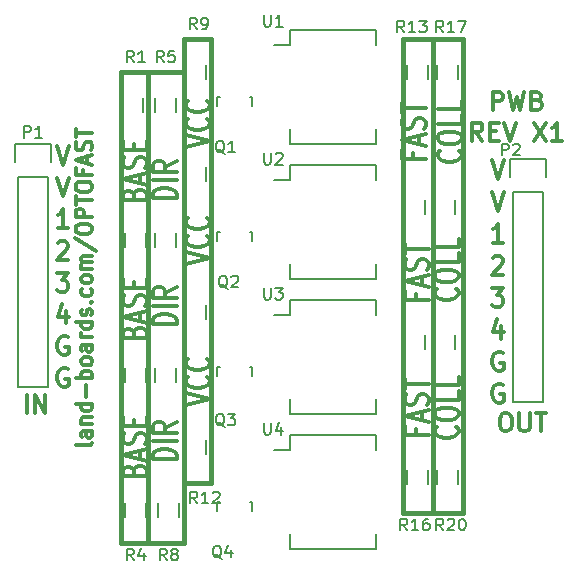
<source format=gto>
G04 #@! TF.FileFunction,Legend,Top*
%FSLAX46Y46*%
G04 Gerber Fmt 4.6, Leading zero omitted, Abs format (unit mm)*
G04 Created by KiCad (PCBNEW 4.0.5) date 05/20/17 15:19:27*
%MOMM*%
%LPD*%
G01*
G04 APERTURE LIST*
%ADD10C,0.150000*%
%ADD11C,0.381000*%
%ADD12C,0.304800*%
G04 APERTURE END LIST*
D10*
D11*
X37592000Y-3556000D02*
X37592000Y-43688000D01*
X35052000Y-43688000D02*
X35052000Y-3556000D01*
X40132000Y-43688000D02*
X35052000Y-43688000D01*
X40132000Y-3556000D02*
X40132000Y-43688000D01*
X35052000Y-3556000D02*
X40132000Y-3556000D01*
D12*
X16667238Y-12700000D02*
X18699238Y-12192000D01*
X16667238Y-11684000D01*
X18505714Y-10305143D02*
X18602476Y-10377714D01*
X18699238Y-10595428D01*
X18699238Y-10740571D01*
X18602476Y-10958286D01*
X18408952Y-11103428D01*
X18215429Y-11176000D01*
X17828381Y-11248571D01*
X17538095Y-11248571D01*
X17151048Y-11176000D01*
X16957524Y-11103428D01*
X16764000Y-10958286D01*
X16667238Y-10740571D01*
X16667238Y-10595428D01*
X16764000Y-10377714D01*
X16860762Y-10305143D01*
X18505714Y-8781143D02*
X18602476Y-8853714D01*
X18699238Y-9071428D01*
X18699238Y-9216571D01*
X18602476Y-9434286D01*
X18408952Y-9579428D01*
X18215429Y-9652000D01*
X17828381Y-9724571D01*
X17538095Y-9724571D01*
X17151048Y-9652000D01*
X16957524Y-9579428D01*
X16764000Y-9434286D01*
X16667238Y-9216571D01*
X16667238Y-9071428D01*
X16764000Y-8853714D01*
X16860762Y-8781143D01*
X16667238Y-22606000D02*
X18699238Y-22098000D01*
X16667238Y-21590000D01*
X18505714Y-20211143D02*
X18602476Y-20283714D01*
X18699238Y-20501428D01*
X18699238Y-20646571D01*
X18602476Y-20864286D01*
X18408952Y-21009428D01*
X18215429Y-21082000D01*
X17828381Y-21154571D01*
X17538095Y-21154571D01*
X17151048Y-21082000D01*
X16957524Y-21009428D01*
X16764000Y-20864286D01*
X16667238Y-20646571D01*
X16667238Y-20501428D01*
X16764000Y-20283714D01*
X16860762Y-20211143D01*
X18505714Y-18687143D02*
X18602476Y-18759714D01*
X18699238Y-18977428D01*
X18699238Y-19122571D01*
X18602476Y-19340286D01*
X18408952Y-19485428D01*
X18215429Y-19558000D01*
X17828381Y-19630571D01*
X17538095Y-19630571D01*
X17151048Y-19558000D01*
X16957524Y-19485428D01*
X16764000Y-19340286D01*
X16667238Y-19122571D01*
X16667238Y-18977428D01*
X16764000Y-18759714D01*
X16860762Y-18687143D01*
X16667238Y-34544000D02*
X18699238Y-34036000D01*
X16667238Y-33528000D01*
X18505714Y-32149143D02*
X18602476Y-32221714D01*
X18699238Y-32439428D01*
X18699238Y-32584571D01*
X18602476Y-32802286D01*
X18408952Y-32947428D01*
X18215429Y-33020000D01*
X17828381Y-33092571D01*
X17538095Y-33092571D01*
X17151048Y-33020000D01*
X16957524Y-32947428D01*
X16764000Y-32802286D01*
X16667238Y-32584571D01*
X16667238Y-32439428D01*
X16764000Y-32221714D01*
X16860762Y-32149143D01*
X18505714Y-30625143D02*
X18602476Y-30697714D01*
X18699238Y-30915428D01*
X18699238Y-31060571D01*
X18602476Y-31278286D01*
X18408952Y-31423428D01*
X18215429Y-31496000D01*
X17828381Y-31568571D01*
X17538095Y-31568571D01*
X17151048Y-31496000D01*
X16957524Y-31423428D01*
X16764000Y-31278286D01*
X16667238Y-31060571D01*
X16667238Y-30915428D01*
X16764000Y-30697714D01*
X16860762Y-30625143D01*
X15905238Y-39116000D02*
X13873238Y-39116000D01*
X13873238Y-38753143D01*
X13970000Y-38535428D01*
X14163524Y-38390286D01*
X14357048Y-38317714D01*
X14744095Y-38245143D01*
X15034381Y-38245143D01*
X15421429Y-38317714D01*
X15614952Y-38390286D01*
X15808476Y-38535428D01*
X15905238Y-38753143D01*
X15905238Y-39116000D01*
X15905238Y-37592000D02*
X13873238Y-37592000D01*
X15905238Y-35995429D02*
X14937619Y-36503429D01*
X15905238Y-36866286D02*
X13873238Y-36866286D01*
X13873238Y-36285714D01*
X13970000Y-36140572D01*
X14066762Y-36068000D01*
X14260286Y-35995429D01*
X14550571Y-35995429D01*
X14744095Y-36068000D01*
X14840857Y-36140572D01*
X14937619Y-36285714D01*
X14937619Y-36866286D01*
X15905238Y-27686000D02*
X13873238Y-27686000D01*
X13873238Y-27323143D01*
X13970000Y-27105428D01*
X14163524Y-26960286D01*
X14357048Y-26887714D01*
X14744095Y-26815143D01*
X15034381Y-26815143D01*
X15421429Y-26887714D01*
X15614952Y-26960286D01*
X15808476Y-27105428D01*
X15905238Y-27323143D01*
X15905238Y-27686000D01*
X15905238Y-26162000D02*
X13873238Y-26162000D01*
X15905238Y-24565429D02*
X14937619Y-25073429D01*
X15905238Y-25436286D02*
X13873238Y-25436286D01*
X13873238Y-24855714D01*
X13970000Y-24710572D01*
X14066762Y-24638000D01*
X14260286Y-24565429D01*
X14550571Y-24565429D01*
X14744095Y-24638000D01*
X14840857Y-24710572D01*
X14937619Y-24855714D01*
X14937619Y-25436286D01*
X15905238Y-17018000D02*
X13873238Y-17018000D01*
X13873238Y-16655143D01*
X13970000Y-16437428D01*
X14163524Y-16292286D01*
X14357048Y-16219714D01*
X14744095Y-16147143D01*
X15034381Y-16147143D01*
X15421429Y-16219714D01*
X15614952Y-16292286D01*
X15808476Y-16437428D01*
X15905238Y-16655143D01*
X15905238Y-17018000D01*
X15905238Y-15494000D02*
X13873238Y-15494000D01*
X15905238Y-13897429D02*
X14937619Y-14405429D01*
X15905238Y-14768286D02*
X13873238Y-14768286D01*
X13873238Y-14187714D01*
X13970000Y-14042572D01*
X14066762Y-13970000D01*
X14260286Y-13897429D01*
X14550571Y-13897429D01*
X14744095Y-13970000D01*
X14840857Y-14042572D01*
X14937619Y-14187714D01*
X14937619Y-14768286D01*
D11*
X18796000Y-41148000D02*
X16510000Y-41148000D01*
X18796000Y-3556000D02*
X18796000Y-41148000D01*
X16510000Y-3556000D02*
X18796000Y-3556000D01*
X16510000Y-6350000D02*
X16510000Y-3556000D01*
X11176000Y-6350000D02*
X11430000Y-6350000D01*
X11176000Y-46228000D02*
X11430000Y-46228000D01*
X13462000Y-6350000D02*
X13462000Y-46228000D01*
X11430000Y-6350000D02*
X16510000Y-6350000D01*
X11176000Y-46228000D02*
X11176000Y-6350000D01*
X16510000Y-46228000D02*
X16510000Y-6350000D01*
X11430000Y-46228000D02*
X16510000Y-46228000D01*
D12*
X12300857Y-16691429D02*
X12397619Y-16473715D01*
X12494381Y-16401143D01*
X12687905Y-16328572D01*
X12978190Y-16328572D01*
X13171714Y-16401143D01*
X13268476Y-16473715D01*
X13365238Y-16618857D01*
X13365238Y-17199429D01*
X11333238Y-17199429D01*
X11333238Y-16691429D01*
X11430000Y-16546286D01*
X11526762Y-16473715D01*
X11720286Y-16401143D01*
X11913810Y-16401143D01*
X12107333Y-16473715D01*
X12204095Y-16546286D01*
X12300857Y-16691429D01*
X12300857Y-17199429D01*
X12784667Y-15748000D02*
X12784667Y-15022286D01*
X13365238Y-15893143D02*
X11333238Y-15385143D01*
X13365238Y-14877143D01*
X13268476Y-14441714D02*
X13365238Y-14224000D01*
X13365238Y-13861143D01*
X13268476Y-13716000D01*
X13171714Y-13643429D01*
X12978190Y-13570857D01*
X12784667Y-13570857D01*
X12591143Y-13643429D01*
X12494381Y-13716000D01*
X12397619Y-13861143D01*
X12300857Y-14151429D01*
X12204095Y-14296571D01*
X12107333Y-14369143D01*
X11913810Y-14441714D01*
X11720286Y-14441714D01*
X11526762Y-14369143D01*
X11430000Y-14296571D01*
X11333238Y-14151429D01*
X11333238Y-13788571D01*
X11430000Y-13570857D01*
X12300857Y-12917714D02*
X12300857Y-12409714D01*
X13365238Y-12192000D02*
X13365238Y-12917714D01*
X11333238Y-12917714D01*
X11333238Y-12192000D01*
X12300857Y-28375429D02*
X12397619Y-28157715D01*
X12494381Y-28085143D01*
X12687905Y-28012572D01*
X12978190Y-28012572D01*
X13171714Y-28085143D01*
X13268476Y-28157715D01*
X13365238Y-28302857D01*
X13365238Y-28883429D01*
X11333238Y-28883429D01*
X11333238Y-28375429D01*
X11430000Y-28230286D01*
X11526762Y-28157715D01*
X11720286Y-28085143D01*
X11913810Y-28085143D01*
X12107333Y-28157715D01*
X12204095Y-28230286D01*
X12300857Y-28375429D01*
X12300857Y-28883429D01*
X12784667Y-27432000D02*
X12784667Y-26706286D01*
X13365238Y-27577143D02*
X11333238Y-27069143D01*
X13365238Y-26561143D01*
X13268476Y-26125714D02*
X13365238Y-25908000D01*
X13365238Y-25545143D01*
X13268476Y-25400000D01*
X13171714Y-25327429D01*
X12978190Y-25254857D01*
X12784667Y-25254857D01*
X12591143Y-25327429D01*
X12494381Y-25400000D01*
X12397619Y-25545143D01*
X12300857Y-25835429D01*
X12204095Y-25980571D01*
X12107333Y-26053143D01*
X11913810Y-26125714D01*
X11720286Y-26125714D01*
X11526762Y-26053143D01*
X11430000Y-25980571D01*
X11333238Y-25835429D01*
X11333238Y-25472571D01*
X11430000Y-25254857D01*
X12300857Y-24601714D02*
X12300857Y-24093714D01*
X13365238Y-23876000D02*
X13365238Y-24601714D01*
X11333238Y-24601714D01*
X11333238Y-23876000D01*
X12300857Y-40059429D02*
X12397619Y-39841715D01*
X12494381Y-39769143D01*
X12687905Y-39696572D01*
X12978190Y-39696572D01*
X13171714Y-39769143D01*
X13268476Y-39841715D01*
X13365238Y-39986857D01*
X13365238Y-40567429D01*
X11333238Y-40567429D01*
X11333238Y-40059429D01*
X11430000Y-39914286D01*
X11526762Y-39841715D01*
X11720286Y-39769143D01*
X11913810Y-39769143D01*
X12107333Y-39841715D01*
X12204095Y-39914286D01*
X12300857Y-40059429D01*
X12300857Y-40567429D01*
X12784667Y-39116000D02*
X12784667Y-38390286D01*
X13365238Y-39261143D02*
X11333238Y-38753143D01*
X13365238Y-38245143D01*
X13268476Y-37809714D02*
X13365238Y-37592000D01*
X13365238Y-37229143D01*
X13268476Y-37084000D01*
X13171714Y-37011429D01*
X12978190Y-36938857D01*
X12784667Y-36938857D01*
X12591143Y-37011429D01*
X12494381Y-37084000D01*
X12397619Y-37229143D01*
X12300857Y-37519429D01*
X12204095Y-37664571D01*
X12107333Y-37737143D01*
X11913810Y-37809714D01*
X11720286Y-37809714D01*
X11526762Y-37737143D01*
X11430000Y-37664571D01*
X11333238Y-37519429D01*
X11333238Y-37156571D01*
X11430000Y-36938857D01*
X12300857Y-36285714D02*
X12300857Y-35777714D01*
X13365238Y-35560000D02*
X13365238Y-36285714D01*
X11333238Y-36285714D01*
X11333238Y-35560000D01*
X39841714Y-12990285D02*
X39938476Y-13062856D01*
X40035238Y-13280570D01*
X40035238Y-13425713D01*
X39938476Y-13643428D01*
X39744952Y-13788570D01*
X39551429Y-13861142D01*
X39164381Y-13933713D01*
X38874095Y-13933713D01*
X38487048Y-13861142D01*
X38293524Y-13788570D01*
X38100000Y-13643428D01*
X38003238Y-13425713D01*
X38003238Y-13280570D01*
X38100000Y-13062856D01*
X38196762Y-12990285D01*
X38003238Y-12046856D02*
X38003238Y-11756570D01*
X38100000Y-11611428D01*
X38293524Y-11466285D01*
X38680571Y-11393713D01*
X39357905Y-11393713D01*
X39744952Y-11466285D01*
X39938476Y-11611428D01*
X40035238Y-11756570D01*
X40035238Y-12046856D01*
X39938476Y-12191999D01*
X39744952Y-12337142D01*
X39357905Y-12409713D01*
X38680571Y-12409713D01*
X38293524Y-12337142D01*
X38100000Y-12191999D01*
X38003238Y-12046856D01*
X40035238Y-10014857D02*
X40035238Y-10740571D01*
X38003238Y-10740571D01*
X40035238Y-8781143D02*
X40035238Y-9506857D01*
X38003238Y-9506857D01*
X39587714Y-24674285D02*
X39684476Y-24746856D01*
X39781238Y-24964570D01*
X39781238Y-25109713D01*
X39684476Y-25327428D01*
X39490952Y-25472570D01*
X39297429Y-25545142D01*
X38910381Y-25617713D01*
X38620095Y-25617713D01*
X38233048Y-25545142D01*
X38039524Y-25472570D01*
X37846000Y-25327428D01*
X37749238Y-25109713D01*
X37749238Y-24964570D01*
X37846000Y-24746856D01*
X37942762Y-24674285D01*
X37749238Y-23730856D02*
X37749238Y-23440570D01*
X37846000Y-23295428D01*
X38039524Y-23150285D01*
X38426571Y-23077713D01*
X39103905Y-23077713D01*
X39490952Y-23150285D01*
X39684476Y-23295428D01*
X39781238Y-23440570D01*
X39781238Y-23730856D01*
X39684476Y-23875999D01*
X39490952Y-24021142D01*
X39103905Y-24093713D01*
X38426571Y-24093713D01*
X38039524Y-24021142D01*
X37846000Y-23875999D01*
X37749238Y-23730856D01*
X39781238Y-21698857D02*
X39781238Y-22424571D01*
X37749238Y-22424571D01*
X39781238Y-20465143D02*
X39781238Y-21190857D01*
X37749238Y-21190857D01*
X39587714Y-36358285D02*
X39684476Y-36430856D01*
X39781238Y-36648570D01*
X39781238Y-36793713D01*
X39684476Y-37011428D01*
X39490952Y-37156570D01*
X39297429Y-37229142D01*
X38910381Y-37301713D01*
X38620095Y-37301713D01*
X38233048Y-37229142D01*
X38039524Y-37156570D01*
X37846000Y-37011428D01*
X37749238Y-36793713D01*
X37749238Y-36648570D01*
X37846000Y-36430856D01*
X37942762Y-36358285D01*
X37749238Y-35414856D02*
X37749238Y-35124570D01*
X37846000Y-34979428D01*
X38039524Y-34834285D01*
X38426571Y-34761713D01*
X39103905Y-34761713D01*
X39490952Y-34834285D01*
X39684476Y-34979428D01*
X39781238Y-35124570D01*
X39781238Y-35414856D01*
X39684476Y-35559999D01*
X39490952Y-35705142D01*
X39103905Y-35777713D01*
X38426571Y-35777713D01*
X38039524Y-35705142D01*
X37846000Y-35559999D01*
X37749238Y-35414856D01*
X39781238Y-33382857D02*
X39781238Y-34108571D01*
X37749238Y-34108571D01*
X39781238Y-32149143D02*
X39781238Y-32874857D01*
X37749238Y-32874857D01*
X35922857Y-13171715D02*
X35922857Y-13679715D01*
X36987238Y-13679715D02*
X34955238Y-13679715D01*
X34955238Y-12954001D01*
X36406667Y-12446000D02*
X36406667Y-11720286D01*
X36987238Y-12591143D02*
X34955238Y-12083143D01*
X36987238Y-11575143D01*
X36890476Y-11139714D02*
X36987238Y-10922000D01*
X36987238Y-10559143D01*
X36890476Y-10414000D01*
X36793714Y-10341429D01*
X36600190Y-10268857D01*
X36406667Y-10268857D01*
X36213143Y-10341429D01*
X36116381Y-10414000D01*
X36019619Y-10559143D01*
X35922857Y-10849429D01*
X35826095Y-10994571D01*
X35729333Y-11067143D01*
X35535810Y-11139714D01*
X35342286Y-11139714D01*
X35148762Y-11067143D01*
X35052000Y-10994571D01*
X34955238Y-10849429D01*
X34955238Y-10486571D01*
X35052000Y-10268857D01*
X34955238Y-9833428D02*
X34955238Y-8962571D01*
X36987238Y-9398000D02*
X34955238Y-9398000D01*
X36176857Y-36539715D02*
X36176857Y-37047715D01*
X37241238Y-37047715D02*
X35209238Y-37047715D01*
X35209238Y-36322001D01*
X36660667Y-35814000D02*
X36660667Y-35088286D01*
X37241238Y-35959143D02*
X35209238Y-35451143D01*
X37241238Y-34943143D01*
X37144476Y-34507714D02*
X37241238Y-34290000D01*
X37241238Y-33927143D01*
X37144476Y-33782000D01*
X37047714Y-33709429D01*
X36854190Y-33636857D01*
X36660667Y-33636857D01*
X36467143Y-33709429D01*
X36370381Y-33782000D01*
X36273619Y-33927143D01*
X36176857Y-34217429D01*
X36080095Y-34362571D01*
X35983333Y-34435143D01*
X35789810Y-34507714D01*
X35596286Y-34507714D01*
X35402762Y-34435143D01*
X35306000Y-34362571D01*
X35209238Y-34217429D01*
X35209238Y-33854571D01*
X35306000Y-33636857D01*
X35209238Y-33201428D02*
X35209238Y-32330571D01*
X37241238Y-32766000D02*
X35209238Y-32766000D01*
X36176857Y-25109715D02*
X36176857Y-25617715D01*
X37241238Y-25617715D02*
X35209238Y-25617715D01*
X35209238Y-24892001D01*
X36660667Y-24384000D02*
X36660667Y-23658286D01*
X37241238Y-24529143D02*
X35209238Y-24021143D01*
X37241238Y-23513143D01*
X37144476Y-23077714D02*
X37241238Y-22860000D01*
X37241238Y-22497143D01*
X37144476Y-22352000D01*
X37047714Y-22279429D01*
X36854190Y-22206857D01*
X36660667Y-22206857D01*
X36467143Y-22279429D01*
X36370381Y-22352000D01*
X36273619Y-22497143D01*
X36176857Y-22787429D01*
X36080095Y-22932571D01*
X35983333Y-23005143D01*
X35789810Y-23077714D01*
X35596286Y-23077714D01*
X35402762Y-23005143D01*
X35306000Y-22932571D01*
X35209238Y-22787429D01*
X35209238Y-22424571D01*
X35306000Y-22206857D01*
X35209238Y-21771428D02*
X35209238Y-20900571D01*
X37241238Y-21336000D02*
X35209238Y-21336000D01*
X43628001Y-35243429D02*
X43918287Y-35243429D01*
X44063429Y-35316000D01*
X44208572Y-35461143D01*
X44281144Y-35751429D01*
X44281144Y-36259429D01*
X44208572Y-36549714D01*
X44063429Y-36694857D01*
X43918287Y-36767429D01*
X43628001Y-36767429D01*
X43482858Y-36694857D01*
X43337715Y-36549714D01*
X43265144Y-36259429D01*
X43265144Y-35751429D01*
X43337715Y-35461143D01*
X43482858Y-35316000D01*
X43628001Y-35243429D01*
X44934286Y-35243429D02*
X44934286Y-36477143D01*
X45006858Y-36622286D01*
X45079429Y-36694857D01*
X45224572Y-36767429D01*
X45514858Y-36767429D01*
X45660000Y-36694857D01*
X45732572Y-36622286D01*
X45805143Y-36477143D01*
X45805143Y-35243429D01*
X46313143Y-35243429D02*
X47184000Y-35243429D01*
X46748571Y-36767429D02*
X46748571Y-35243429D01*
X3205715Y-35243429D02*
X3205715Y-33719429D01*
X3931429Y-35243429D02*
X3931429Y-33719429D01*
X4802286Y-35243429D01*
X4802286Y-33719429D01*
X42612000Y-13795850D02*
X43120000Y-15396050D01*
X43628000Y-13795850D01*
X42612000Y-16500950D02*
X43120000Y-18101150D01*
X43628000Y-16500950D01*
X43555429Y-20806250D02*
X42684572Y-20806250D01*
X43120000Y-20806250D02*
X43120000Y-19206050D01*
X42974857Y-19434650D01*
X42829715Y-19587050D01*
X42684572Y-19663250D01*
X42684572Y-22063550D02*
X42757143Y-21987350D01*
X42902286Y-21911150D01*
X43265143Y-21911150D01*
X43410286Y-21987350D01*
X43482857Y-22063550D01*
X43555429Y-22215950D01*
X43555429Y-22368350D01*
X43482857Y-22596950D01*
X42612000Y-23511350D01*
X43555429Y-23511350D01*
X42612000Y-24616250D02*
X43555429Y-24616250D01*
X43047429Y-25225850D01*
X43265143Y-25225850D01*
X43410286Y-25302050D01*
X43482857Y-25378250D01*
X43555429Y-25530650D01*
X43555429Y-25911650D01*
X43482857Y-26064050D01*
X43410286Y-26140250D01*
X43265143Y-26216450D01*
X42829715Y-26216450D01*
X42684572Y-26140250D01*
X42612000Y-26064050D01*
X43410286Y-27854750D02*
X43410286Y-28921550D01*
X43047429Y-27245150D02*
X42684572Y-28388150D01*
X43628000Y-28388150D01*
X43519143Y-30102650D02*
X43374000Y-30026450D01*
X43156286Y-30026450D01*
X42938571Y-30102650D01*
X42793429Y-30255050D01*
X42720857Y-30407450D01*
X42648286Y-30712250D01*
X42648286Y-30940850D01*
X42720857Y-31245650D01*
X42793429Y-31398050D01*
X42938571Y-31550450D01*
X43156286Y-31626650D01*
X43301429Y-31626650D01*
X43519143Y-31550450D01*
X43591714Y-31474250D01*
X43591714Y-30940850D01*
X43301429Y-30940850D01*
X43519143Y-32807750D02*
X43374000Y-32731550D01*
X43156286Y-32731550D01*
X42938571Y-32807750D01*
X42793429Y-32960150D01*
X42720857Y-33112550D01*
X42648286Y-33417350D01*
X42648286Y-33645950D01*
X42720857Y-33950750D01*
X42793429Y-34103150D01*
X42938571Y-34255550D01*
X43156286Y-34331750D01*
X43301429Y-34331750D01*
X43519143Y-34255550D01*
X43591714Y-34179350D01*
X43591714Y-33645950D01*
X43301429Y-33645950D01*
X5782000Y-12599480D02*
X6290000Y-14186980D01*
X6798000Y-12599480D01*
X5782000Y-15285530D02*
X6290000Y-16873030D01*
X6798000Y-15285530D01*
X6725429Y-19559080D02*
X5854572Y-19559080D01*
X6290000Y-19559080D02*
X6290000Y-17971580D01*
X6144857Y-18198365D01*
X5999715Y-18349556D01*
X5854572Y-18425151D01*
X5854572Y-20808820D02*
X5927143Y-20733225D01*
X6072286Y-20657630D01*
X6435143Y-20657630D01*
X6580286Y-20733225D01*
X6652857Y-20808820D01*
X6725429Y-20960011D01*
X6725429Y-21111201D01*
X6652857Y-21337987D01*
X5782000Y-22245130D01*
X6725429Y-22245130D01*
X5782000Y-23343680D02*
X6725429Y-23343680D01*
X6217429Y-23948442D01*
X6435143Y-23948442D01*
X6580286Y-24024037D01*
X6652857Y-24099632D01*
X6725429Y-24250823D01*
X6725429Y-24628799D01*
X6652857Y-24779989D01*
X6580286Y-24855585D01*
X6435143Y-24931180D01*
X5999715Y-24931180D01*
X5854572Y-24855585D01*
X5782000Y-24779989D01*
X6580286Y-26558896D02*
X6580286Y-27617230D01*
X6217429Y-25954135D02*
X5854572Y-27088063D01*
X6798000Y-27088063D01*
X6689143Y-28791375D02*
X6544000Y-28715780D01*
X6326286Y-28715780D01*
X6108571Y-28791375D01*
X5963429Y-28942565D01*
X5890857Y-29093756D01*
X5818286Y-29396137D01*
X5818286Y-29622923D01*
X5890857Y-29925304D01*
X5963429Y-30076494D01*
X6108571Y-30227685D01*
X6326286Y-30303280D01*
X6471429Y-30303280D01*
X6689143Y-30227685D01*
X6761714Y-30152089D01*
X6761714Y-29622923D01*
X6471429Y-29622923D01*
X6689143Y-31477425D02*
X6544000Y-31401830D01*
X6326286Y-31401830D01*
X6108571Y-31477425D01*
X5963429Y-31628615D01*
X5890857Y-31779806D01*
X5818286Y-32082187D01*
X5818286Y-32308973D01*
X5890857Y-32611354D01*
X5963429Y-32762544D01*
X6108571Y-32913735D01*
X6326286Y-32989330D01*
X6471429Y-32989330D01*
X6689143Y-32913735D01*
X6761714Y-32838139D01*
X6761714Y-32308973D01*
X6471429Y-32308973D01*
X8759976Y-37761333D02*
X8693452Y-37882286D01*
X8560405Y-37942762D01*
X7362976Y-37942762D01*
X8759976Y-36733238D02*
X8028214Y-36733238D01*
X7895167Y-36793715D01*
X7828643Y-36914667D01*
X7828643Y-37156572D01*
X7895167Y-37277524D01*
X8693452Y-36733238D02*
X8759976Y-36854191D01*
X8759976Y-37156572D01*
X8693452Y-37277524D01*
X8560405Y-37338000D01*
X8427357Y-37338000D01*
X8294310Y-37277524D01*
X8227786Y-37156572D01*
X8227786Y-36854191D01*
X8161262Y-36733238D01*
X7828643Y-36128476D02*
X8759976Y-36128476D01*
X7961690Y-36128476D02*
X7895167Y-36068000D01*
X7828643Y-35947047D01*
X7828643Y-35765619D01*
X7895167Y-35644667D01*
X8028214Y-35584190D01*
X8759976Y-35584190D01*
X8759976Y-34435142D02*
X7362976Y-34435142D01*
X8693452Y-34435142D02*
X8759976Y-34556095D01*
X8759976Y-34797999D01*
X8693452Y-34918952D01*
X8626929Y-34979428D01*
X8493881Y-35039904D01*
X8094738Y-35039904D01*
X7961690Y-34979428D01*
X7895167Y-34918952D01*
X7828643Y-34797999D01*
X7828643Y-34556095D01*
X7895167Y-34435142D01*
X8227786Y-33830380D02*
X8227786Y-32862761D01*
X8759976Y-32257999D02*
X7362976Y-32257999D01*
X7895167Y-32257999D02*
X7828643Y-32137047D01*
X7828643Y-31895142D01*
X7895167Y-31774190D01*
X7961690Y-31713713D01*
X8094738Y-31653237D01*
X8493881Y-31653237D01*
X8626929Y-31713713D01*
X8693452Y-31774190D01*
X8759976Y-31895142D01*
X8759976Y-32137047D01*
X8693452Y-32257999D01*
X8759976Y-30927522D02*
X8693452Y-31048475D01*
X8626929Y-31108951D01*
X8493881Y-31169427D01*
X8094738Y-31169427D01*
X7961690Y-31108951D01*
X7895167Y-31048475D01*
X7828643Y-30927522D01*
X7828643Y-30746094D01*
X7895167Y-30625142D01*
X7961690Y-30564665D01*
X8094738Y-30504189D01*
X8493881Y-30504189D01*
X8626929Y-30564665D01*
X8693452Y-30625142D01*
X8759976Y-30746094D01*
X8759976Y-30927522D01*
X8759976Y-29415617D02*
X8028214Y-29415617D01*
X7895167Y-29476094D01*
X7828643Y-29597046D01*
X7828643Y-29838951D01*
X7895167Y-29959903D01*
X8693452Y-29415617D02*
X8759976Y-29536570D01*
X8759976Y-29838951D01*
X8693452Y-29959903D01*
X8560405Y-30020379D01*
X8427357Y-30020379D01*
X8294310Y-29959903D01*
X8227786Y-29838951D01*
X8227786Y-29536570D01*
X8161262Y-29415617D01*
X8759976Y-28810855D02*
X7828643Y-28810855D01*
X8094738Y-28810855D02*
X7961690Y-28750379D01*
X7895167Y-28689903D01*
X7828643Y-28568950D01*
X7828643Y-28447998D01*
X8759976Y-27480379D02*
X7362976Y-27480379D01*
X8693452Y-27480379D02*
X8759976Y-27601332D01*
X8759976Y-27843236D01*
X8693452Y-27964189D01*
X8626929Y-28024665D01*
X8493881Y-28085141D01*
X8094738Y-28085141D01*
X7961690Y-28024665D01*
X7895167Y-27964189D01*
X7828643Y-27843236D01*
X7828643Y-27601332D01*
X7895167Y-27480379D01*
X8693452Y-26936093D02*
X8759976Y-26815141D01*
X8759976Y-26573236D01*
X8693452Y-26452284D01*
X8560405Y-26391808D01*
X8493881Y-26391808D01*
X8360833Y-26452284D01*
X8294310Y-26573236D01*
X8294310Y-26754665D01*
X8227786Y-26875617D01*
X8094738Y-26936093D01*
X8028214Y-26936093D01*
X7895167Y-26875617D01*
X7828643Y-26754665D01*
X7828643Y-26573236D01*
X7895167Y-26452284D01*
X8626929Y-25847522D02*
X8693452Y-25787046D01*
X8759976Y-25847522D01*
X8693452Y-25907998D01*
X8626929Y-25847522D01*
X8759976Y-25847522D01*
X8693452Y-24698474D02*
X8759976Y-24819427D01*
X8759976Y-25061331D01*
X8693452Y-25182284D01*
X8626929Y-25242760D01*
X8493881Y-25303236D01*
X8094738Y-25303236D01*
X7961690Y-25242760D01*
X7895167Y-25182284D01*
X7828643Y-25061331D01*
X7828643Y-24819427D01*
X7895167Y-24698474D01*
X8759976Y-23972760D02*
X8693452Y-24093713D01*
X8626929Y-24154189D01*
X8493881Y-24214665D01*
X8094738Y-24214665D01*
X7961690Y-24154189D01*
X7895167Y-24093713D01*
X7828643Y-23972760D01*
X7828643Y-23791332D01*
X7895167Y-23670380D01*
X7961690Y-23609903D01*
X8094738Y-23549427D01*
X8493881Y-23549427D01*
X8626929Y-23609903D01*
X8693452Y-23670380D01*
X8759976Y-23791332D01*
X8759976Y-23972760D01*
X8759976Y-23005141D02*
X7828643Y-23005141D01*
X7961690Y-23005141D02*
X7895167Y-22944665D01*
X7828643Y-22823712D01*
X7828643Y-22642284D01*
X7895167Y-22521332D01*
X8028214Y-22460855D01*
X8759976Y-22460855D01*
X8028214Y-22460855D02*
X7895167Y-22400379D01*
X7828643Y-22279427D01*
X7828643Y-22097998D01*
X7895167Y-21977046D01*
X8028214Y-21916570D01*
X8759976Y-21916570D01*
X7296452Y-20404665D02*
X9092595Y-21493237D01*
X7362976Y-19739427D02*
X7362976Y-19497523D01*
X7429500Y-19376570D01*
X7562548Y-19255618D01*
X7828643Y-19195142D01*
X8294310Y-19195142D01*
X8560405Y-19255618D01*
X8693452Y-19376570D01*
X8759976Y-19497523D01*
X8759976Y-19739427D01*
X8693452Y-19860380D01*
X8560405Y-19981332D01*
X8294310Y-20041808D01*
X7828643Y-20041808D01*
X7562548Y-19981332D01*
X7429500Y-19860380D01*
X7362976Y-19739427D01*
X8759976Y-18650856D02*
X7362976Y-18650856D01*
X7362976Y-18167047D01*
X7429500Y-18046094D01*
X7496024Y-17985618D01*
X7629071Y-17925142D01*
X7828643Y-17925142D01*
X7961690Y-17985618D01*
X8028214Y-18046094D01*
X8094738Y-18167047D01*
X8094738Y-18650856D01*
X7362976Y-17562285D02*
X7362976Y-16836570D01*
X8759976Y-17199427D02*
X7362976Y-17199427D01*
X7362976Y-16171332D02*
X7362976Y-15929428D01*
X7429500Y-15808475D01*
X7562548Y-15687523D01*
X7828643Y-15627047D01*
X8294310Y-15627047D01*
X8560405Y-15687523D01*
X8693452Y-15808475D01*
X8759976Y-15929428D01*
X8759976Y-16171332D01*
X8693452Y-16292285D01*
X8560405Y-16413237D01*
X8294310Y-16473713D01*
X7828643Y-16473713D01*
X7562548Y-16413237D01*
X7429500Y-16292285D01*
X7362976Y-16171332D01*
X8028214Y-14659428D02*
X8028214Y-15082761D01*
X8759976Y-15082761D02*
X7362976Y-15082761D01*
X7362976Y-14477999D01*
X8360833Y-14054666D02*
X8360833Y-13449904D01*
X8759976Y-14175619D02*
X7362976Y-13752285D01*
X8759976Y-13328952D01*
X8693452Y-12966095D02*
X8759976Y-12784667D01*
X8759976Y-12482286D01*
X8693452Y-12361333D01*
X8626929Y-12300857D01*
X8493881Y-12240381D01*
X8360833Y-12240381D01*
X8227786Y-12300857D01*
X8161262Y-12361333D01*
X8094738Y-12482286D01*
X8028214Y-12724190D01*
X7961690Y-12845143D01*
X7895167Y-12905619D01*
X7762119Y-12966095D01*
X7629071Y-12966095D01*
X7496024Y-12905619D01*
X7429500Y-12845143D01*
X7362976Y-12724190D01*
X7362976Y-12421810D01*
X7429500Y-12240381D01*
X7362976Y-11877524D02*
X7362976Y-11151809D01*
X8759976Y-11514666D02*
X7362976Y-11514666D01*
X42672000Y-9554029D02*
X42672000Y-8030029D01*
X43252572Y-8030029D01*
X43397714Y-8102600D01*
X43470286Y-8175171D01*
X43542857Y-8320314D01*
X43542857Y-8538029D01*
X43470286Y-8683171D01*
X43397714Y-8755743D01*
X43252572Y-8828314D01*
X42672000Y-8828314D01*
X44050857Y-8030029D02*
X44413714Y-9554029D01*
X44704000Y-8465457D01*
X44994286Y-9554029D01*
X45357143Y-8030029D01*
X46445714Y-8755743D02*
X46663428Y-8828314D01*
X46736000Y-8900886D01*
X46808571Y-9046029D01*
X46808571Y-9263743D01*
X46736000Y-9408886D01*
X46663428Y-9481457D01*
X46518286Y-9554029D01*
X45937714Y-9554029D01*
X45937714Y-8030029D01*
X46445714Y-8030029D01*
X46590857Y-8102600D01*
X46663428Y-8175171D01*
X46736000Y-8320314D01*
X46736000Y-8465457D01*
X46663428Y-8610600D01*
X46590857Y-8683171D01*
X46445714Y-8755743D01*
X45937714Y-8755743D01*
X41801142Y-12144829D02*
X41293142Y-11419114D01*
X40930285Y-12144829D02*
X40930285Y-10620829D01*
X41510857Y-10620829D01*
X41655999Y-10693400D01*
X41728571Y-10765971D01*
X41801142Y-10911114D01*
X41801142Y-11128829D01*
X41728571Y-11273971D01*
X41655999Y-11346543D01*
X41510857Y-11419114D01*
X40930285Y-11419114D01*
X42454285Y-11346543D02*
X42962285Y-11346543D01*
X43179999Y-12144829D02*
X42454285Y-12144829D01*
X42454285Y-10620829D01*
X43179999Y-10620829D01*
X43615428Y-10620829D02*
X44123428Y-12144829D01*
X44631428Y-10620829D01*
X46155428Y-10620829D02*
X47171428Y-12144829D01*
X47171428Y-10620829D02*
X46155428Y-12144829D01*
X48550286Y-12144829D02*
X47679429Y-12144829D01*
X48114857Y-12144829D02*
X48114857Y-10620829D01*
X47969714Y-10838543D01*
X47824572Y-10983686D01*
X47679429Y-11056257D01*
D10*
X11317000Y-9744000D02*
X11317000Y-8544000D01*
X13067000Y-8544000D02*
X13067000Y-9744000D01*
X18401000Y-5750000D02*
X18401000Y-6950000D01*
X16651000Y-6950000D02*
X16651000Y-5750000D01*
X39737000Y-5750000D02*
X39737000Y-6950000D01*
X37987000Y-6950000D02*
X37987000Y-5750000D01*
X11571000Y-21174000D02*
X11571000Y-19974000D01*
X13321000Y-19974000D02*
X13321000Y-21174000D01*
X16651000Y-15586000D02*
X16651000Y-14386000D01*
X18401000Y-14386000D02*
X18401000Y-15586000D01*
X39483000Y-17180000D02*
X39483000Y-18380000D01*
X37733000Y-18380000D02*
X37733000Y-17180000D01*
X11571000Y-32604000D02*
X11571000Y-31404000D01*
X13321000Y-31404000D02*
X13321000Y-32604000D01*
X16651000Y-27270000D02*
X16651000Y-26070000D01*
X18401000Y-26070000D02*
X18401000Y-27270000D01*
X39483000Y-28610000D02*
X39483000Y-29810000D01*
X37733000Y-29810000D02*
X37733000Y-28610000D01*
X11571000Y-44034000D02*
X11571000Y-42834000D01*
X13321000Y-42834000D02*
X13321000Y-44034000D01*
X16651000Y-38700000D02*
X16651000Y-37500000D01*
X18401000Y-37500000D02*
X18401000Y-38700000D01*
X39737000Y-40040000D02*
X39737000Y-41240000D01*
X37987000Y-41240000D02*
X37987000Y-40040000D01*
X25475000Y-2795000D02*
X25475000Y-4065000D01*
X32825000Y-2795000D02*
X32825000Y-4065000D01*
X32825000Y-12465000D02*
X32825000Y-11195000D01*
X25475000Y-12465000D02*
X25475000Y-11195000D01*
X25475000Y-2795000D02*
X32825000Y-2795000D01*
X25475000Y-12465000D02*
X32825000Y-12465000D01*
X25475000Y-4065000D02*
X24190000Y-4065000D01*
X25475000Y-14225000D02*
X25475000Y-15495000D01*
X32825000Y-14225000D02*
X32825000Y-15495000D01*
X32825000Y-23895000D02*
X32825000Y-22625000D01*
X25475000Y-23895000D02*
X25475000Y-22625000D01*
X25475000Y-14225000D02*
X32825000Y-14225000D01*
X25475000Y-23895000D02*
X32825000Y-23895000D01*
X25475000Y-15495000D02*
X24190000Y-15495000D01*
X25475000Y-25655000D02*
X25475000Y-26925000D01*
X32825000Y-25655000D02*
X32825000Y-26925000D01*
X32825000Y-35325000D02*
X32825000Y-34055000D01*
X25475000Y-35325000D02*
X25475000Y-34055000D01*
X25475000Y-25655000D02*
X32825000Y-25655000D01*
X25475000Y-35325000D02*
X32825000Y-35325000D01*
X25475000Y-26925000D02*
X24190000Y-26925000D01*
X25475000Y-37085000D02*
X25475000Y-38355000D01*
X32825000Y-37085000D02*
X32825000Y-38355000D01*
X32825000Y-46755000D02*
X32825000Y-45485000D01*
X25475000Y-46755000D02*
X25475000Y-45485000D01*
X25475000Y-37085000D02*
X32825000Y-37085000D01*
X25475000Y-46755000D02*
X32825000Y-46755000D01*
X25475000Y-38355000D02*
X24190000Y-38355000D01*
X19328180Y-9194800D02*
X19328180Y-8493760D01*
X19328180Y-8493760D02*
X19577100Y-8493760D01*
X22127160Y-8493760D02*
X22327820Y-8493760D01*
X22327820Y-8493760D02*
X22327820Y-9194800D01*
X19328180Y-20624800D02*
X19328180Y-19923760D01*
X19328180Y-19923760D02*
X19577100Y-19923760D01*
X22127160Y-19923760D02*
X22327820Y-19923760D01*
X22327820Y-19923760D02*
X22327820Y-20624800D01*
X19328180Y-32054800D02*
X19328180Y-31353760D01*
X19328180Y-31353760D02*
X19577100Y-31353760D01*
X22127160Y-31353760D02*
X22327820Y-31353760D01*
X22327820Y-31353760D02*
X22327820Y-32054800D01*
X19328180Y-43484800D02*
X19328180Y-42783760D01*
X19328180Y-42783760D02*
X19577100Y-42783760D01*
X22127160Y-42783760D02*
X22327820Y-42783760D01*
X22327820Y-42783760D02*
X22327820Y-43484800D01*
X5020000Y-15250000D02*
X5020000Y-33030000D01*
X5020000Y-33030000D02*
X2480000Y-33030000D01*
X2480000Y-33030000D02*
X2480000Y-15250000D01*
X5300000Y-12430000D02*
X5300000Y-13980000D01*
X5020000Y-15250000D02*
X2480000Y-15250000D01*
X2200000Y-13980000D02*
X2200000Y-12430000D01*
X2200000Y-12430000D02*
X5300000Y-12430000D01*
X46930000Y-16520000D02*
X46930000Y-34300000D01*
X46930000Y-34300000D02*
X44390000Y-34300000D01*
X44390000Y-34300000D02*
X44390000Y-16520000D01*
X47210000Y-13700000D02*
X47210000Y-15250000D01*
X46930000Y-16520000D02*
X44390000Y-16520000D01*
X44110000Y-15250000D02*
X44110000Y-13700000D01*
X44110000Y-13700000D02*
X47210000Y-13700000D01*
X35447000Y-6950000D02*
X35447000Y-5750000D01*
X37197000Y-5750000D02*
X37197000Y-6950000D01*
X35193000Y-18380000D02*
X35193000Y-17180000D01*
X36943000Y-17180000D02*
X36943000Y-18380000D01*
X35193000Y-29810000D02*
X35193000Y-28610000D01*
X36943000Y-28610000D02*
X36943000Y-29810000D01*
X35447000Y-41240000D02*
X35447000Y-40040000D01*
X37197000Y-40040000D02*
X37197000Y-41240000D01*
X14111000Y-9744000D02*
X14111000Y-8544000D01*
X15861000Y-8544000D02*
X15861000Y-9744000D01*
X14111000Y-21174000D02*
X14111000Y-19974000D01*
X15861000Y-19974000D02*
X15861000Y-21174000D01*
X14111000Y-32604000D02*
X14111000Y-31404000D01*
X15861000Y-31404000D02*
X15861000Y-32604000D01*
X14365000Y-44034000D02*
X14365000Y-42834000D01*
X16115000Y-42834000D02*
X16115000Y-44034000D01*
X12279334Y-5532381D02*
X11946000Y-5056190D01*
X11707905Y-5532381D02*
X11707905Y-4532381D01*
X12088858Y-4532381D01*
X12184096Y-4580000D01*
X12231715Y-4627619D01*
X12279334Y-4722857D01*
X12279334Y-4865714D01*
X12231715Y-4960952D01*
X12184096Y-5008571D01*
X12088858Y-5056190D01*
X11707905Y-5056190D01*
X13231715Y-5532381D02*
X12660286Y-5532381D01*
X12946000Y-5532381D02*
X12946000Y-4532381D01*
X12850762Y-4675238D01*
X12755524Y-4770476D01*
X12660286Y-4818095D01*
X17613334Y-2738381D02*
X17280000Y-2262190D01*
X17041905Y-2738381D02*
X17041905Y-1738381D01*
X17422858Y-1738381D01*
X17518096Y-1786000D01*
X17565715Y-1833619D01*
X17613334Y-1928857D01*
X17613334Y-2071714D01*
X17565715Y-2166952D01*
X17518096Y-2214571D01*
X17422858Y-2262190D01*
X17041905Y-2262190D01*
X18089524Y-2738381D02*
X18280000Y-2738381D01*
X18375239Y-2690762D01*
X18422858Y-2643143D01*
X18518096Y-2500286D01*
X18565715Y-2309810D01*
X18565715Y-1928857D01*
X18518096Y-1833619D01*
X18470477Y-1786000D01*
X18375239Y-1738381D01*
X18184762Y-1738381D01*
X18089524Y-1786000D01*
X18041905Y-1833619D01*
X17994286Y-1928857D01*
X17994286Y-2166952D01*
X18041905Y-2262190D01*
X18089524Y-2309810D01*
X18184762Y-2357429D01*
X18375239Y-2357429D01*
X18470477Y-2309810D01*
X18518096Y-2262190D01*
X18565715Y-2166952D01*
X38473143Y-2992381D02*
X38139809Y-2516190D01*
X37901714Y-2992381D02*
X37901714Y-1992381D01*
X38282667Y-1992381D01*
X38377905Y-2040000D01*
X38425524Y-2087619D01*
X38473143Y-2182857D01*
X38473143Y-2325714D01*
X38425524Y-2420952D01*
X38377905Y-2468571D01*
X38282667Y-2516190D01*
X37901714Y-2516190D01*
X39425524Y-2992381D02*
X38854095Y-2992381D01*
X39139809Y-2992381D02*
X39139809Y-1992381D01*
X39044571Y-2135238D01*
X38949333Y-2230476D01*
X38854095Y-2278095D01*
X39758857Y-1992381D02*
X40425524Y-1992381D01*
X39996952Y-2992381D01*
X12279334Y-47696381D02*
X11946000Y-47220190D01*
X11707905Y-47696381D02*
X11707905Y-46696381D01*
X12088858Y-46696381D01*
X12184096Y-46744000D01*
X12231715Y-46791619D01*
X12279334Y-46886857D01*
X12279334Y-47029714D01*
X12231715Y-47124952D01*
X12184096Y-47172571D01*
X12088858Y-47220190D01*
X11707905Y-47220190D01*
X13136477Y-47029714D02*
X13136477Y-47696381D01*
X12898381Y-46648762D02*
X12660286Y-47363048D01*
X13279334Y-47363048D01*
X17645143Y-42870381D02*
X17311809Y-42394190D01*
X17073714Y-42870381D02*
X17073714Y-41870381D01*
X17454667Y-41870381D01*
X17549905Y-41918000D01*
X17597524Y-41965619D01*
X17645143Y-42060857D01*
X17645143Y-42203714D01*
X17597524Y-42298952D01*
X17549905Y-42346571D01*
X17454667Y-42394190D01*
X17073714Y-42394190D01*
X18597524Y-42870381D02*
X18026095Y-42870381D01*
X18311809Y-42870381D02*
X18311809Y-41870381D01*
X18216571Y-42013238D01*
X18121333Y-42108476D01*
X18026095Y-42156095D01*
X18978476Y-41965619D02*
X19026095Y-41918000D01*
X19121333Y-41870381D01*
X19359429Y-41870381D01*
X19454667Y-41918000D01*
X19502286Y-41965619D01*
X19549905Y-42060857D01*
X19549905Y-42156095D01*
X19502286Y-42298952D01*
X18930857Y-42870381D01*
X19549905Y-42870381D01*
X38473143Y-45156381D02*
X38139809Y-44680190D01*
X37901714Y-45156381D02*
X37901714Y-44156381D01*
X38282667Y-44156381D01*
X38377905Y-44204000D01*
X38425524Y-44251619D01*
X38473143Y-44346857D01*
X38473143Y-44489714D01*
X38425524Y-44584952D01*
X38377905Y-44632571D01*
X38282667Y-44680190D01*
X37901714Y-44680190D01*
X38854095Y-44251619D02*
X38901714Y-44204000D01*
X38996952Y-44156381D01*
X39235048Y-44156381D01*
X39330286Y-44204000D01*
X39377905Y-44251619D01*
X39425524Y-44346857D01*
X39425524Y-44442095D01*
X39377905Y-44584952D01*
X38806476Y-45156381D01*
X39425524Y-45156381D01*
X40044571Y-44156381D02*
X40139810Y-44156381D01*
X40235048Y-44204000D01*
X40282667Y-44251619D01*
X40330286Y-44346857D01*
X40377905Y-44537333D01*
X40377905Y-44775429D01*
X40330286Y-44965905D01*
X40282667Y-45061143D01*
X40235048Y-45108762D01*
X40139810Y-45156381D01*
X40044571Y-45156381D01*
X39949333Y-45108762D01*
X39901714Y-45061143D01*
X39854095Y-44965905D01*
X39806476Y-44775429D01*
X39806476Y-44537333D01*
X39854095Y-44346857D01*
X39901714Y-44251619D01*
X39949333Y-44204000D01*
X40044571Y-44156381D01*
X23308095Y-1494381D02*
X23308095Y-2303905D01*
X23355714Y-2399143D01*
X23403333Y-2446762D01*
X23498571Y-2494381D01*
X23689048Y-2494381D01*
X23784286Y-2446762D01*
X23831905Y-2399143D01*
X23879524Y-2303905D01*
X23879524Y-1494381D01*
X24879524Y-2494381D02*
X24308095Y-2494381D01*
X24593809Y-2494381D02*
X24593809Y-1494381D01*
X24498571Y-1637238D01*
X24403333Y-1732476D01*
X24308095Y-1780095D01*
X23308095Y-13178381D02*
X23308095Y-13987905D01*
X23355714Y-14083143D01*
X23403333Y-14130762D01*
X23498571Y-14178381D01*
X23689048Y-14178381D01*
X23784286Y-14130762D01*
X23831905Y-14083143D01*
X23879524Y-13987905D01*
X23879524Y-13178381D01*
X24308095Y-13273619D02*
X24355714Y-13226000D01*
X24450952Y-13178381D01*
X24689048Y-13178381D01*
X24784286Y-13226000D01*
X24831905Y-13273619D01*
X24879524Y-13368857D01*
X24879524Y-13464095D01*
X24831905Y-13606952D01*
X24260476Y-14178381D01*
X24879524Y-14178381D01*
X23308095Y-24608381D02*
X23308095Y-25417905D01*
X23355714Y-25513143D01*
X23403333Y-25560762D01*
X23498571Y-25608381D01*
X23689048Y-25608381D01*
X23784286Y-25560762D01*
X23831905Y-25513143D01*
X23879524Y-25417905D01*
X23879524Y-24608381D01*
X24260476Y-24608381D02*
X24879524Y-24608381D01*
X24546190Y-24989333D01*
X24689048Y-24989333D01*
X24784286Y-25036952D01*
X24831905Y-25084571D01*
X24879524Y-25179810D01*
X24879524Y-25417905D01*
X24831905Y-25513143D01*
X24784286Y-25560762D01*
X24689048Y-25608381D01*
X24403333Y-25608381D01*
X24308095Y-25560762D01*
X24260476Y-25513143D01*
X23308095Y-36038381D02*
X23308095Y-36847905D01*
X23355714Y-36943143D01*
X23403333Y-36990762D01*
X23498571Y-37038381D01*
X23689048Y-37038381D01*
X23784286Y-36990762D01*
X23831905Y-36943143D01*
X23879524Y-36847905D01*
X23879524Y-36038381D01*
X24784286Y-36371714D02*
X24784286Y-37038381D01*
X24546190Y-35990762D02*
X24308095Y-36705048D01*
X24927143Y-36705048D01*
X19970762Y-13247619D02*
X19875524Y-13200000D01*
X19780286Y-13104762D01*
X19637429Y-12961905D01*
X19542190Y-12914286D01*
X19446952Y-12914286D01*
X19494571Y-13152381D02*
X19399333Y-13104762D01*
X19304095Y-13009524D01*
X19256476Y-12819048D01*
X19256476Y-12485714D01*
X19304095Y-12295238D01*
X19399333Y-12200000D01*
X19494571Y-12152381D01*
X19685048Y-12152381D01*
X19780286Y-12200000D01*
X19875524Y-12295238D01*
X19923143Y-12485714D01*
X19923143Y-12819048D01*
X19875524Y-13009524D01*
X19780286Y-13104762D01*
X19685048Y-13152381D01*
X19494571Y-13152381D01*
X20875524Y-13152381D02*
X20304095Y-13152381D01*
X20589809Y-13152381D02*
X20589809Y-12152381D01*
X20494571Y-12295238D01*
X20399333Y-12390476D01*
X20304095Y-12438095D01*
X20224762Y-24677619D02*
X20129524Y-24630000D01*
X20034286Y-24534762D01*
X19891429Y-24391905D01*
X19796190Y-24344286D01*
X19700952Y-24344286D01*
X19748571Y-24582381D02*
X19653333Y-24534762D01*
X19558095Y-24439524D01*
X19510476Y-24249048D01*
X19510476Y-23915714D01*
X19558095Y-23725238D01*
X19653333Y-23630000D01*
X19748571Y-23582381D01*
X19939048Y-23582381D01*
X20034286Y-23630000D01*
X20129524Y-23725238D01*
X20177143Y-23915714D01*
X20177143Y-24249048D01*
X20129524Y-24439524D01*
X20034286Y-24534762D01*
X19939048Y-24582381D01*
X19748571Y-24582381D01*
X20558095Y-23677619D02*
X20605714Y-23630000D01*
X20700952Y-23582381D01*
X20939048Y-23582381D01*
X21034286Y-23630000D01*
X21081905Y-23677619D01*
X21129524Y-23772857D01*
X21129524Y-23868095D01*
X21081905Y-24010952D01*
X20510476Y-24582381D01*
X21129524Y-24582381D01*
X19970762Y-36361619D02*
X19875524Y-36314000D01*
X19780286Y-36218762D01*
X19637429Y-36075905D01*
X19542190Y-36028286D01*
X19446952Y-36028286D01*
X19494571Y-36266381D02*
X19399333Y-36218762D01*
X19304095Y-36123524D01*
X19256476Y-35933048D01*
X19256476Y-35599714D01*
X19304095Y-35409238D01*
X19399333Y-35314000D01*
X19494571Y-35266381D01*
X19685048Y-35266381D01*
X19780286Y-35314000D01*
X19875524Y-35409238D01*
X19923143Y-35599714D01*
X19923143Y-35933048D01*
X19875524Y-36123524D01*
X19780286Y-36218762D01*
X19685048Y-36266381D01*
X19494571Y-36266381D01*
X20256476Y-35266381D02*
X20875524Y-35266381D01*
X20542190Y-35647333D01*
X20685048Y-35647333D01*
X20780286Y-35694952D01*
X20827905Y-35742571D01*
X20875524Y-35837810D01*
X20875524Y-36075905D01*
X20827905Y-36171143D01*
X20780286Y-36218762D01*
X20685048Y-36266381D01*
X20399333Y-36266381D01*
X20304095Y-36218762D01*
X20256476Y-36171143D01*
X19716762Y-47537619D02*
X19621524Y-47490000D01*
X19526286Y-47394762D01*
X19383429Y-47251905D01*
X19288190Y-47204286D01*
X19192952Y-47204286D01*
X19240571Y-47442381D02*
X19145333Y-47394762D01*
X19050095Y-47299524D01*
X19002476Y-47109048D01*
X19002476Y-46775714D01*
X19050095Y-46585238D01*
X19145333Y-46490000D01*
X19240571Y-46442381D01*
X19431048Y-46442381D01*
X19526286Y-46490000D01*
X19621524Y-46585238D01*
X19669143Y-46775714D01*
X19669143Y-47109048D01*
X19621524Y-47299524D01*
X19526286Y-47394762D01*
X19431048Y-47442381D01*
X19240571Y-47442381D01*
X20526286Y-46775714D02*
X20526286Y-47442381D01*
X20288190Y-46394762D02*
X20050095Y-47109048D01*
X20669143Y-47109048D01*
X3011905Y-11892381D02*
X3011905Y-10892381D01*
X3392858Y-10892381D01*
X3488096Y-10940000D01*
X3535715Y-10987619D01*
X3583334Y-11082857D01*
X3583334Y-11225714D01*
X3535715Y-11320952D01*
X3488096Y-11368571D01*
X3392858Y-11416190D01*
X3011905Y-11416190D01*
X4535715Y-11892381D02*
X3964286Y-11892381D01*
X4250000Y-11892381D02*
X4250000Y-10892381D01*
X4154762Y-11035238D01*
X4059524Y-11130476D01*
X3964286Y-11178095D01*
X43457905Y-13406381D02*
X43457905Y-12406381D01*
X43838858Y-12406381D01*
X43934096Y-12454000D01*
X43981715Y-12501619D01*
X44029334Y-12596857D01*
X44029334Y-12739714D01*
X43981715Y-12834952D01*
X43934096Y-12882571D01*
X43838858Y-12930190D01*
X43457905Y-12930190D01*
X44410286Y-12501619D02*
X44457905Y-12454000D01*
X44553143Y-12406381D01*
X44791239Y-12406381D01*
X44886477Y-12454000D01*
X44934096Y-12501619D01*
X44981715Y-12596857D01*
X44981715Y-12692095D01*
X44934096Y-12834952D01*
X44362667Y-13406381D01*
X44981715Y-13406381D01*
X35171143Y-2992381D02*
X34837809Y-2516190D01*
X34599714Y-2992381D02*
X34599714Y-1992381D01*
X34980667Y-1992381D01*
X35075905Y-2040000D01*
X35123524Y-2087619D01*
X35171143Y-2182857D01*
X35171143Y-2325714D01*
X35123524Y-2420952D01*
X35075905Y-2468571D01*
X34980667Y-2516190D01*
X34599714Y-2516190D01*
X36123524Y-2992381D02*
X35552095Y-2992381D01*
X35837809Y-2992381D02*
X35837809Y-1992381D01*
X35742571Y-2135238D01*
X35647333Y-2230476D01*
X35552095Y-2278095D01*
X36456857Y-1992381D02*
X37075905Y-1992381D01*
X36742571Y-2373333D01*
X36885429Y-2373333D01*
X36980667Y-2420952D01*
X37028286Y-2468571D01*
X37075905Y-2563810D01*
X37075905Y-2801905D01*
X37028286Y-2897143D01*
X36980667Y-2944762D01*
X36885429Y-2992381D01*
X36599714Y-2992381D01*
X36504476Y-2944762D01*
X36456857Y-2897143D01*
X35425143Y-45156381D02*
X35091809Y-44680190D01*
X34853714Y-45156381D02*
X34853714Y-44156381D01*
X35234667Y-44156381D01*
X35329905Y-44204000D01*
X35377524Y-44251619D01*
X35425143Y-44346857D01*
X35425143Y-44489714D01*
X35377524Y-44584952D01*
X35329905Y-44632571D01*
X35234667Y-44680190D01*
X34853714Y-44680190D01*
X36377524Y-45156381D02*
X35806095Y-45156381D01*
X36091809Y-45156381D02*
X36091809Y-44156381D01*
X35996571Y-44299238D01*
X35901333Y-44394476D01*
X35806095Y-44442095D01*
X37234667Y-44156381D02*
X37044190Y-44156381D01*
X36948952Y-44204000D01*
X36901333Y-44251619D01*
X36806095Y-44394476D01*
X36758476Y-44584952D01*
X36758476Y-44965905D01*
X36806095Y-45061143D01*
X36853714Y-45108762D01*
X36948952Y-45156381D01*
X37139429Y-45156381D01*
X37234667Y-45108762D01*
X37282286Y-45061143D01*
X37329905Y-44965905D01*
X37329905Y-44727810D01*
X37282286Y-44632571D01*
X37234667Y-44584952D01*
X37139429Y-44537333D01*
X36948952Y-44537333D01*
X36853714Y-44584952D01*
X36806095Y-44632571D01*
X36758476Y-44727810D01*
X14819334Y-5532381D02*
X14486000Y-5056190D01*
X14247905Y-5532381D02*
X14247905Y-4532381D01*
X14628858Y-4532381D01*
X14724096Y-4580000D01*
X14771715Y-4627619D01*
X14819334Y-4722857D01*
X14819334Y-4865714D01*
X14771715Y-4960952D01*
X14724096Y-5008571D01*
X14628858Y-5056190D01*
X14247905Y-5056190D01*
X15724096Y-4532381D02*
X15247905Y-4532381D01*
X15200286Y-5008571D01*
X15247905Y-4960952D01*
X15343143Y-4913333D01*
X15581239Y-4913333D01*
X15676477Y-4960952D01*
X15724096Y-5008571D01*
X15771715Y-5103810D01*
X15771715Y-5341905D01*
X15724096Y-5437143D01*
X15676477Y-5484762D01*
X15581239Y-5532381D01*
X15343143Y-5532381D01*
X15247905Y-5484762D01*
X15200286Y-5437143D01*
X15073334Y-47696381D02*
X14740000Y-47220190D01*
X14501905Y-47696381D02*
X14501905Y-46696381D01*
X14882858Y-46696381D01*
X14978096Y-46744000D01*
X15025715Y-46791619D01*
X15073334Y-46886857D01*
X15073334Y-47029714D01*
X15025715Y-47124952D01*
X14978096Y-47172571D01*
X14882858Y-47220190D01*
X14501905Y-47220190D01*
X15644762Y-47124952D02*
X15549524Y-47077333D01*
X15501905Y-47029714D01*
X15454286Y-46934476D01*
X15454286Y-46886857D01*
X15501905Y-46791619D01*
X15549524Y-46744000D01*
X15644762Y-46696381D01*
X15835239Y-46696381D01*
X15930477Y-46744000D01*
X15978096Y-46791619D01*
X16025715Y-46886857D01*
X16025715Y-46934476D01*
X15978096Y-47029714D01*
X15930477Y-47077333D01*
X15835239Y-47124952D01*
X15644762Y-47124952D01*
X15549524Y-47172571D01*
X15501905Y-47220190D01*
X15454286Y-47315429D01*
X15454286Y-47505905D01*
X15501905Y-47601143D01*
X15549524Y-47648762D01*
X15644762Y-47696381D01*
X15835239Y-47696381D01*
X15930477Y-47648762D01*
X15978096Y-47601143D01*
X16025715Y-47505905D01*
X16025715Y-47315429D01*
X15978096Y-47220190D01*
X15930477Y-47172571D01*
X15835239Y-47124952D01*
M02*

</source>
